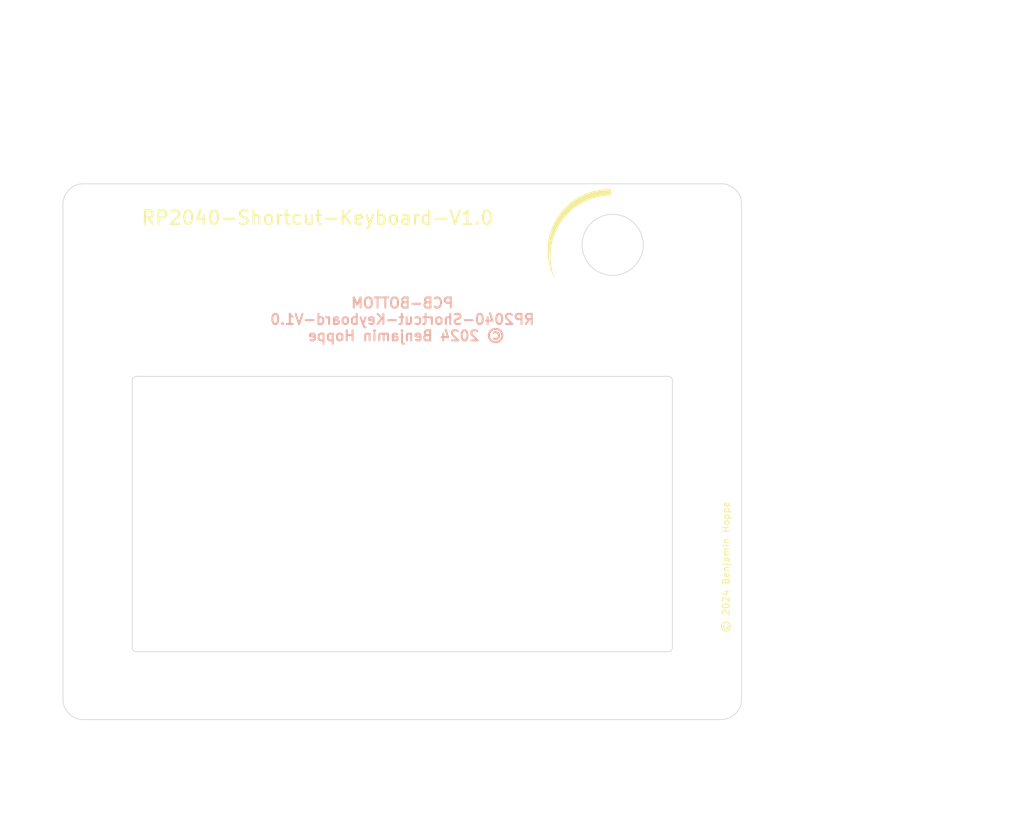
<source format=kicad_pcb>
(kicad_pcb (version 20240108) (generator "pcbnew") (generator_version "8.0")
  (layers (0 "F.Cu" signal) (31 "B.Cu" signal) (34 "B.Paste" user) (35 "F.Paste" user) (36 "B.SilkS" user "B.Silkscreen") (37 "F.SilkS" user "F.Silkscreen") (38 "B.Mask" user) (39 "F.Mask" user) (44 "Edge.Cuts" user))
  (net 0 "")
  (footprint "MountingHole:MountingHole_3.2mm_M3" (layer "F.Cu") (at 137 69.12132)
    (property "Reference" "H2" (hide yes))
    (property "Value" "MountingHole" (hide yes))
    (pad "" np_thru_hole circle (at 0 0) (size 3.2 3.2) (drill 3.2) (layers "*.Cu" "*.Mask"))
  )
  (footprint "MountingHole:MountingHole_3.2mm_M3" (layer "F.Cu") (at 137 138.12132)
    (property "Reference" "H3" (hide yes))
    (property "Value" "MountingHole" (hide yes))
    (pad "" np_thru_hole circle (at 0 0) (size 3.2 3.2) (drill 3.2) (layers "*.Cu" "*.Mask"))
  )
  (footprint "MountingHole:MountingHole_3.2mm_M3" (layer "F.Cu") (at 66 84.12132)
    (property "Reference" "H5" (hide yes))
    (property "Value" "MountingHole" (hide yes))
    (pad "" np_thru_hole circle (at 0 0) (size 3.2 3.2) (drill 3.2) (layers "*.Cu" "*.Mask"))
  )
  (footprint "MountingHole:MountingHole_3.2mm_M3" (layer "F.Cu") (at 137 103.62132)
    (property "Reference" "H8" (hide yes))
    (property "Value" "MountingHole" (hide yes))
    (pad "" np_thru_hole circle (at 0 0) (size 3.2 3.2) (drill 3.2) (layers "*.Cu" "*.Mask"))
  )
  (footprint "MountingHole:MountingHole_3.2mm_M3" (layer "F.Cu") (at 118 84.12132)
    (property "Reference" "H6" (hide yes))
    (property "Value" "MountingHole" (hide yes))
    (pad "" np_thru_hole circle (at 0 0) (size 3.2 3.2) (drill 3.2) (layers "*.Cu" "*.Mask"))
  )
  (footprint "MountingHole:MountingHole_3.2mm_M3" (layer "F.Cu") (at 47 103.62132)
    (property "Reference" "H7" (hide yes))
    (property "Value" "MountingHole" (hide yes))
    (pad "" np_thru_hole circle (at 0 0) (size 3.2 3.2) (drill 3.2) (layers "*.Cu" "*.Mask"))
  )
  (footprint "Symbole:Volume_25mm_25mm" (layer "F.Cu") (at 125 73.52132)
    (property "Reference" "G***" (hide yes))
    (property "Value" "LOGO" (hide yes))
    (fp_poly (pts (xy -10.444427 4.779036) (xy -10.447734 4.782344) (xy -10.451042 4.779036) (xy -10.447734 4.775729)) (fill solid) (layer "F.SilkS"))
    (fp_poly (pts (xy -10.437812 4.792266) (xy -10.44112 4.795573) (xy -10.444427 4.792266) (xy -10.44112 4.788958)) (fill solid) (layer "F.SilkS"))
    (fp_poly (pts (xy -2.425416 -8.598196) (xy -2.374482 -8.597822) (xy -2.332975 -8.597105) (xy -2.302697 -8.596025) (xy -2.300221 -8.595888) (xy -2.215885 -8.591012) (xy -2.215885 -8.13263) (xy -2.215885 -7.674249) (xy -2.296914 -7.670623) (xy -2.326384 -7.669336) (xy -2.36617 -7.667643) (xy -2.413371 -7.665666) (xy -2.465083 -7.663526) (xy -2.518406 -7.661344) (xy -2.556536 -7.659799) (xy -2.688355 -7.653637) (xy -2.81249 -7.645961) (xy -2.93444 -7.636356) (xy -3.059704 -7.624411) (xy -3.135312 -7.616328) (xy -3.477651 -7.571867) (xy -3.816737 -7.51467) (xy -4.152269 -7.444897) (xy -4.483942 -7.362708) (xy -4.811454 -7.268263) (xy -5.134502 -7.161722) (xy -5.452783 -7.043245) (xy -5.765992 -6.912993) (xy -6.073829 -6.771125) (xy -6.375988 -6.617802) (xy -6.672167 -6.453184) (xy -6.962064 -6.27743) (xy -7.245374 -6.090702) (xy -7.521794 -5.893158) (xy -7.791023 -5.68496) (xy -8.052756 -5.466266) (xy -8.30669 -5.237239) (xy -8.552523 -4.998036) (xy -8.78995 -4.74882) (xy -8.9891 -4.524375) (xy -9.204966 -4.262753) (xy -9.410976 -3.992479) (xy -9.60683 -3.714049) (xy -9.792229 -3.427961) (xy -9.966874 -3.13471) (xy -10.130465 -2.834793) (xy -10.282703 -2.528706) (xy -10.423288 -2.216944) (xy -10.513808 -1.997604) (xy -10.63456 -1.675772) (xy -10.742765 -1.349854) (xy -10.838343 -1.020187) (xy -10.921216 -0.687107) (xy -10.991304 -0.350948) (xy -11.048529 -0.012048) (xy -11.092813 0.329259) (xy -11.115466 0.56224) (xy -11.121227 0.632206) (xy -11.126109 0.695511) (xy -11.130183 0.754097) (xy -11.133515 0.809905) (xy -11.136176 0.864879) (xy -11.138232 0.920959) (xy -11.139753 0.980089) (xy -11.140808 1.044209) (xy -11.141464 1.115263) (xy -11.14179 1.195191) (xy -11.141856 1.285937) (xy -11.14184 1.309688) (xy -11.141605 1.411004) (xy -11.141027 1.501162) (xy -11.140019 1.582229) (xy -11.138491 1.656273) (xy -11.136355 1.725362) (xy -11.133522 1.791564) (xy -11.129903 1.856947) (xy -11.125409 1.923579) (xy -11.119953 1.993528) (xy -11.113444 2.068862) (xy -11.105795 2.151648) (xy -11.105663 2.153047) (xy -11.068912 2.476302) (xy -11.01995 2.799954) (xy -10.959091 3.122707) (xy -10.886655 3.443265) (xy -10.802957 3.760332) (xy -10.708316 4.072613) (xy -10.603048 4.37881) (xy -10.488037 4.676245) (xy -10.475306 4.707869) (xy -10.464832 4.734863) (xy -10.457442 4.755014) (xy -10.453966 4.766108) (xy -10.453875 4.767539) (xy -10.457786 4.76318) (xy -10.46635 4.749607) (xy -10.478043 4.729305) (xy -10.484158 4.718194) (xy -10.641334 4.414908) (xy -10.786857 4.105597) (xy -10.92058 3.790773) (xy -11.04235 3.470947) (xy -11.15202 3.146631) (xy -11.249438 2.818336) (xy -11.334454 2.486574) (xy -11.40692 2.151857) (xy -11.466684 1.814695) (xy -11.513597 1.475601) (xy -11.547509 1.135086) (xy -11.552134 1.07487) (xy -11.565545 0.84833) (xy -11.573215 0.615049) (xy -11.575181 0.378377) (xy -11.571477 0.141663) (xy -11.562142 -0.091742) (xy -11.547211 -0.31849) (xy -11.535596 -0.449792) (xy -11.495618 -0.792398) (xy -11.442863 -1.132317) (xy -11.37748 -1.469194) (xy -11.299613 -1.802675) (xy -11.209412 -2.132407) (xy -11.107022 -2.458036) (xy -10.992591 -2.779208) (xy -10.866265 -3.095568) (xy -10.728191 -3.406764) (xy -10.578516 -3.712441) (xy -10.417388 -4.012246) (xy -10.244952 -4.305824) (xy -10.061356 -4.592821) (xy -9.866748 -4.872885) (xy -9.661273 -5.14566) (xy -9.506169 -5.337969) (xy -9.279955 -5.600363) (xy -9.045066 -5.852887) (xy -8.801787 -6.095387) (xy -8.550405 -6.327708) (xy -8.291204 -6.549696) (xy -8.024472 -6.761196) (xy -7.750493 -6.962055) (xy -7.469555 -7.152117) (xy -7.181941 -7.331229) (xy -6.88794 -7.499236) (xy -6.587835 -7.655984) (xy -6.281913 -7.801318) (xy -5.970461 -7.935085) (xy -5.653763 -8.05713) (xy -5.332105 -8.167298) (xy -5.005774 -8.265435) (xy -4.675056 -8.351387) (xy -4.340235 -8.424999) (xy -4.001599 -8.486118) (xy -3.659432 -8.534589) (xy -3.56526 -8.545624) (xy -3.483286 -8.55424) (xy -3.391463 -8.562897) (xy -3.293165 -8.571306) (xy -3.191768 -8.579179) (xy -3.092318 -8.586116) (xy -3.056662 -8.588034) (xy -3.010604 -8.589854) (xy -2.955946 -8.591556) (xy -2.894491 -8.593115) (xy -2.828042 -8.594511) (xy -2.758401 -8.59572) (xy -2.687372 -8.596721) (xy -2.616756 -8.597491) (xy -2.548356 -8.598009) (xy -2.483975 -8.598251)) (fill solid) (layer "F.SilkS"))
  )
  (footprint "MountingHole:MountingHole_3.2mm_M3" (layer "F.Cu") (at 47 69.12132)
    (property "Reference" "H1" (hide yes))
    (property "Value" "MountingHole" (hide yes))
    (pad "" np_thru_hole circle (at 0 0) (size 3.2 3.2) (drill 3.2) (layers "*.Cu" "*.Mask"))
  )
  (footprint "MountingHole:MountingHole_3.2mm_M3" (layer "F.Cu") (at 47 138.12132)
    (property "Reference" "H4" (hide yes))
    (property "Value" "MountingHole" (hide yes))
    (pad "" np_thru_hole circle (at 0 0) (size 3.2 3.2) (drill 3.2) (layers "*.Cu" "*.Mask"))
  )
  (gr_arc (start 42 67.12132) (mid 42.87868 65) (end 45 64.12132) (stroke (width 0.1)) (layer "Edge.Cuts"))
  (gr_line (start 42 67.12132) (end 42 140.12132) (stroke (width 0.1)) (layer "Edge.Cuts"))
  (gr_arc (start 45 143.12132) (mid 42.87868 142.24264) (end 42 140.12132) (stroke (width 0.1)) (layer "Edge.Cuts"))
  (gr_line (start 131.2 133.12132) (end 52.8 133.12132) (stroke (width 0.1)) (layer "Edge.Cuts"))
  (gr_line (start 52.2 132.52132) (end 52.2 93.12132) (stroke (width 0.1)) (layer "Edge.Cuts"))
  (gr_circle (center 123 73.12132) (end 127.5 73.12132) (stroke (width 0.1)) (fill none) (layer "Edge.Cuts"))
  (gr_arc (start 52.8 133.12132) (mid 52.375736 132.945584) (end 52.2 132.52132) (stroke (width 0.1)) (layer "Edge.Cuts"))
  (gr_arc (start 142 140.12132) (mid 141.12132 142.24264) (end 139 143.12132) (stroke (width 0.1)) (layer "Edge.Cuts"))
  (gr_line (start 45 143.12132) (end 139 143.12132) (stroke (width 0.1)) (layer "Edge.Cuts"))
  (gr_arc (start 52.2 93.12132) (mid 52.375736 92.697056) (end 52.8 92.52132) (stroke (width 0.1)) (layer "Edge.Cuts"))
  (gr_arc (start 131.8 132.52132) (mid 131.624264 132.945584) (end 131.2 133.12132) (stroke (width 0.1)) (layer "Edge.Cuts"))
  (gr_line (start 142 67.12132) (end 142 140.12132) (stroke (width 0.1)) (layer "Edge.Cuts"))
  (gr_line (start 45 64.12132) (end 139 64.12132) (stroke (width 0.1)) (layer "Edge.Cuts"))
  (gr_line (start 52.8 92.52132) (end 131.2 92.52132) (stroke (width 0.1)) (layer "Edge.Cuts"))
  (gr_line (start 131.8 93.12132) (end 131.8 132.52132) (stroke (width 0.1)) (layer "Edge.Cuts"))
  (gr_arc (start 131.2 92.52132) (mid 131.624264 92.697056) (end 131.8 93.12132) (stroke (width 0.1)) (layer "Edge.Cuts"))
  (gr_arc (start 139 64.12132) (mid 141.12132 65) (end 142 67.12132) (stroke (width 0.1)) (layer "Edge.Cuts"))
  (gr_text "PCB-BOTTOM\nRP2040-Shortcut-Keyboard-V1.0\n© 2024 Benjamin Hoppe " (at 92 84.12132 0) (layer "B.SilkS") (effects (font (size 1.5 1.5) (thickness 0.3) (bold yes)) (justify mirror)))
  (gr_text "RP2040-Shortcut-Keyboard-V1.0\n" (at 79.5 69.12132 0) (layer "F.SilkS") (effects (font (size 2 2) (thickness 0.3))))
  (gr_text "© 2024 Benjamin Hoppe" (at 140.3 120.62132 90) (layer "F.SilkS") (effects (font (size 1 1)) (justify bottom)))
)
</source>
